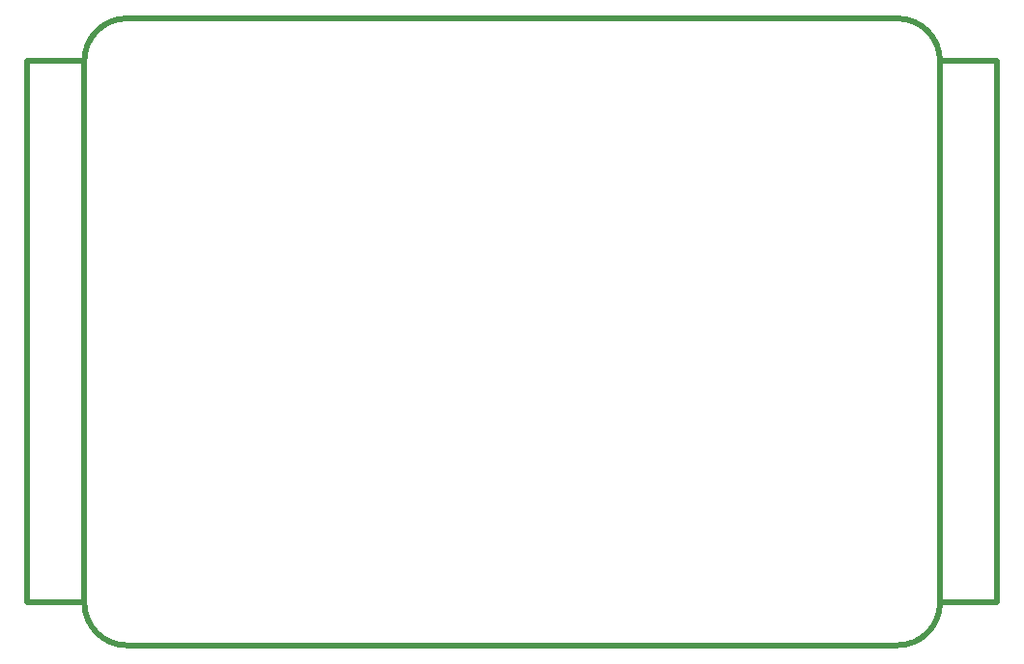
<source format=gbr>
%TF.GenerationSoftware,KiCad,Pcbnew,(6.0.1-0)*%
%TF.CreationDate,2022-12-27T13:33:37-05:00*%
%TF.ProjectId,EX-PCB-10108-001,45582d50-4342-42d3-9130-3130382d3030,A*%
%TF.SameCoordinates,Original*%
%TF.FileFunction,Profile,NP*%
%FSLAX46Y46*%
G04 Gerber Fmt 4.6, Leading zero omitted, Abs format (unit mm)*
G04 Created by KiCad (PCBNEW (6.0.1-0)) date 2022-12-27 13:33:37*
%MOMM*%
%LPD*%
G01*
G04 APERTURE LIST*
%TA.AperFunction,Profile*%
%ADD10C,0.500000*%
%TD*%
G04 APERTURE END LIST*
D10*
X46450000Y-85300000D02*
X46450000Y-132800000D01*
X46450000Y-132800000D02*
G75*
G03*
X50200000Y-136550000I3750001J1D01*
G01*
X126450000Y-85300000D02*
X126450000Y-132800000D01*
X121450000Y-85300000D02*
G75*
G03*
X117700000Y-81550000I-3750001J-1D01*
G01*
X121450000Y-85300000D02*
X121450000Y-132800000D01*
X121450000Y-132800000D02*
X126450000Y-132800000D01*
X117700000Y-136550000D02*
X50200000Y-136550000D01*
X41450000Y-132800000D02*
X46450000Y-132800000D01*
X117700000Y-136550000D02*
G75*
G03*
X121450000Y-132800000I-1J3750001D01*
G01*
X126450000Y-85300000D02*
X121450000Y-85300000D01*
X50200000Y-81550000D02*
G75*
G03*
X46450000Y-85300000I1J-3750001D01*
G01*
X41450000Y-85300000D02*
X46450000Y-85300000D01*
X41450000Y-85300000D02*
X41450000Y-132800000D01*
X117700000Y-81550000D02*
X50200000Y-81550000D01*
M02*

</source>
